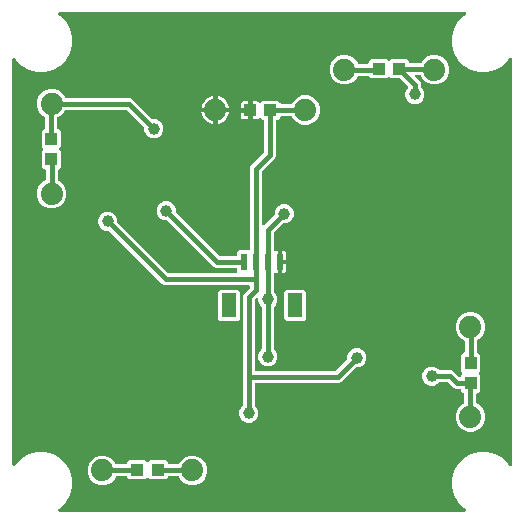
<source format=gbr>
G04 EAGLE Gerber RS-274X export*
G75*
%MOMM*%
%FSLAX34Y34*%
%LPD*%
%INBottom Copper*%
%IPPOS*%
%AMOC8*
5,1,8,0,0,1.08239X$1,22.5*%
G01*
%ADD10R,1.200000X2.000000*%
%ADD11R,0.600000X1.350000*%
%ADD12R,1.100000X1.000000*%
%ADD13R,1.000000X1.100000*%
%ADD14C,1.879600*%
%ADD15C,1.006400*%
%ADD16C,0.406400*%

G36*
X394092Y10925D02*
X394092Y10925D01*
X394112Y10923D01*
X394232Y10945D01*
X394354Y10963D01*
X394372Y10971D01*
X394391Y10974D01*
X394501Y11028D01*
X394614Y11079D01*
X394629Y11091D01*
X394646Y11100D01*
X394737Y11183D01*
X394831Y11262D01*
X394841Y11279D01*
X394856Y11292D01*
X394920Y11397D01*
X394988Y11499D01*
X394994Y11518D01*
X395004Y11534D01*
X395037Y11653D01*
X395074Y11770D01*
X395074Y11790D01*
X395080Y11809D01*
X395078Y11931D01*
X395081Y12054D01*
X395076Y12073D01*
X395076Y12093D01*
X395040Y12211D01*
X395009Y12329D01*
X394999Y12346D01*
X394994Y12365D01*
X394927Y12469D01*
X394864Y12574D01*
X394850Y12587D01*
X394839Y12604D01*
X394782Y12651D01*
X394657Y12768D01*
X394611Y12792D01*
X394580Y12817D01*
X393124Y13658D01*
X388158Y18624D01*
X384647Y24705D01*
X382829Y31489D01*
X382829Y38511D01*
X384647Y45295D01*
X388158Y51376D01*
X393124Y56342D01*
X399205Y59853D01*
X405989Y61671D01*
X413011Y61671D01*
X419795Y59853D01*
X425876Y56342D01*
X430842Y51376D01*
X431683Y49920D01*
X431695Y49904D01*
X431703Y49886D01*
X431782Y49793D01*
X431858Y49696D01*
X431874Y49684D01*
X431887Y49669D01*
X431989Y49601D01*
X432088Y49529D01*
X432107Y49523D01*
X432123Y49512D01*
X432240Y49475D01*
X432356Y49433D01*
X432376Y49432D01*
X432394Y49426D01*
X432517Y49423D01*
X432640Y49415D01*
X432659Y49419D01*
X432678Y49419D01*
X432797Y49450D01*
X432917Y49476D01*
X432935Y49486D01*
X432953Y49491D01*
X433059Y49553D01*
X433167Y49612D01*
X433181Y49626D01*
X433198Y49636D01*
X433282Y49725D01*
X433369Y49812D01*
X433379Y49829D01*
X433392Y49843D01*
X433448Y49953D01*
X433508Y50060D01*
X433513Y50079D01*
X433522Y50096D01*
X433534Y50169D01*
X433573Y50337D01*
X433571Y50388D01*
X433577Y50427D01*
X433577Y394073D01*
X433575Y394092D01*
X433577Y394112D01*
X433555Y394232D01*
X433537Y394354D01*
X433529Y394372D01*
X433526Y394391D01*
X433472Y394501D01*
X433421Y394614D01*
X433409Y394629D01*
X433400Y394646D01*
X433317Y394737D01*
X433238Y394831D01*
X433221Y394841D01*
X433208Y394856D01*
X433103Y394920D01*
X433001Y394988D01*
X432982Y394994D01*
X432966Y395004D01*
X432847Y395037D01*
X432730Y395074D01*
X432710Y395074D01*
X432691Y395080D01*
X432569Y395078D01*
X432446Y395081D01*
X432427Y395076D01*
X432407Y395076D01*
X432289Y395040D01*
X432171Y395009D01*
X432154Y394999D01*
X432135Y394994D01*
X432031Y394927D01*
X431926Y394864D01*
X431913Y394850D01*
X431896Y394839D01*
X431849Y394782D01*
X431732Y394657D01*
X431708Y394611D01*
X431683Y394580D01*
X430842Y393124D01*
X425876Y388158D01*
X419795Y384647D01*
X413011Y382829D01*
X405989Y382829D01*
X399205Y384647D01*
X393124Y388158D01*
X388158Y393124D01*
X384647Y399205D01*
X382829Y405989D01*
X382829Y413011D01*
X384647Y419795D01*
X388158Y425876D01*
X393124Y430842D01*
X394580Y431683D01*
X394596Y431695D01*
X394614Y431703D01*
X394707Y431782D01*
X394804Y431858D01*
X394816Y431874D01*
X394831Y431887D01*
X394899Y431989D01*
X394971Y432088D01*
X394977Y432107D01*
X394988Y432123D01*
X395025Y432240D01*
X395067Y432356D01*
X395068Y432376D01*
X395074Y432394D01*
X395077Y432517D01*
X395085Y432640D01*
X395081Y432659D01*
X395081Y432678D01*
X395050Y432797D01*
X395024Y432917D01*
X395014Y432935D01*
X395009Y432953D01*
X394947Y433059D01*
X394888Y433167D01*
X394874Y433181D01*
X394864Y433198D01*
X394775Y433282D01*
X394688Y433369D01*
X394671Y433379D01*
X394657Y433392D01*
X394547Y433448D01*
X394440Y433508D01*
X394421Y433513D01*
X394404Y433522D01*
X394331Y433534D01*
X394163Y433573D01*
X394112Y433571D01*
X394073Y433577D01*
X50427Y433577D01*
X50408Y433575D01*
X50388Y433577D01*
X50267Y433555D01*
X50146Y433537D01*
X50128Y433529D01*
X50109Y433526D01*
X49998Y433471D01*
X49886Y433421D01*
X49872Y433409D01*
X49854Y433400D01*
X49763Y433317D01*
X49669Y433238D01*
X49659Y433221D01*
X49644Y433208D01*
X49580Y433103D01*
X49512Y433001D01*
X49506Y432982D01*
X49496Y432966D01*
X49463Y432847D01*
X49426Y432730D01*
X49426Y432710D01*
X49420Y432691D01*
X49422Y432569D01*
X49419Y432446D01*
X49424Y432427D01*
X49424Y432407D01*
X49460Y432289D01*
X49491Y432171D01*
X49501Y432154D01*
X49506Y432135D01*
X49573Y432032D01*
X49636Y431926D01*
X49650Y431913D01*
X49661Y431896D01*
X49718Y431850D01*
X49843Y431732D01*
X49889Y431708D01*
X49920Y431683D01*
X51376Y430842D01*
X56342Y425876D01*
X59853Y419795D01*
X61671Y413011D01*
X61671Y405989D01*
X59853Y399205D01*
X56342Y393124D01*
X51376Y388158D01*
X45295Y384647D01*
X38511Y382829D01*
X31489Y382829D01*
X24705Y384647D01*
X18624Y388158D01*
X13658Y393124D01*
X12817Y394580D01*
X12805Y394596D01*
X12797Y394614D01*
X12718Y394707D01*
X12642Y394804D01*
X12626Y394816D01*
X12613Y394831D01*
X12511Y394899D01*
X12412Y394971D01*
X12393Y394977D01*
X12377Y394988D01*
X12260Y395025D01*
X12144Y395067D01*
X12124Y395068D01*
X12106Y395074D01*
X11983Y395077D01*
X11860Y395085D01*
X11841Y395081D01*
X11822Y395081D01*
X11703Y395050D01*
X11583Y395024D01*
X11565Y395014D01*
X11547Y395009D01*
X11441Y394947D01*
X11333Y394888D01*
X11319Y394874D01*
X11302Y394864D01*
X11218Y394775D01*
X11131Y394688D01*
X11121Y394671D01*
X11108Y394657D01*
X11052Y394547D01*
X10992Y394440D01*
X10987Y394421D01*
X10978Y394404D01*
X10966Y394331D01*
X10927Y394163D01*
X10929Y394112D01*
X10923Y394073D01*
X10923Y50427D01*
X10925Y50408D01*
X10923Y50388D01*
X10945Y50268D01*
X10963Y50146D01*
X10971Y50128D01*
X10974Y50109D01*
X11028Y49999D01*
X11079Y49886D01*
X11091Y49871D01*
X11100Y49854D01*
X11183Y49763D01*
X11262Y49669D01*
X11279Y49659D01*
X11292Y49644D01*
X11397Y49580D01*
X11499Y49512D01*
X11518Y49506D01*
X11534Y49496D01*
X11653Y49463D01*
X11770Y49426D01*
X11790Y49426D01*
X11809Y49420D01*
X11931Y49422D01*
X12054Y49419D01*
X12073Y49424D01*
X12093Y49424D01*
X12211Y49460D01*
X12329Y49491D01*
X12346Y49501D01*
X12365Y49506D01*
X12469Y49573D01*
X12574Y49636D01*
X12587Y49650D01*
X12604Y49661D01*
X12651Y49718D01*
X12768Y49843D01*
X12792Y49889D01*
X12817Y49920D01*
X13658Y51376D01*
X18624Y56342D01*
X24705Y59853D01*
X31489Y61671D01*
X38511Y61671D01*
X45295Y59853D01*
X51376Y56342D01*
X56342Y51376D01*
X59853Y45295D01*
X61671Y38511D01*
X61671Y31489D01*
X59853Y24705D01*
X56342Y18624D01*
X51376Y13658D01*
X49920Y12817D01*
X49904Y12805D01*
X49886Y12797D01*
X49793Y12718D01*
X49696Y12642D01*
X49684Y12626D01*
X49669Y12613D01*
X49601Y12511D01*
X49529Y12412D01*
X49523Y12393D01*
X49512Y12377D01*
X49475Y12260D01*
X49433Y12144D01*
X49432Y12124D01*
X49426Y12106D01*
X49423Y11983D01*
X49415Y11860D01*
X49419Y11841D01*
X49419Y11822D01*
X49450Y11703D01*
X49476Y11583D01*
X49486Y11565D01*
X49491Y11547D01*
X49553Y11441D01*
X49612Y11333D01*
X49626Y11319D01*
X49636Y11302D01*
X49725Y11218D01*
X49812Y11131D01*
X49829Y11121D01*
X49843Y11108D01*
X49953Y11052D01*
X50060Y10992D01*
X50079Y10987D01*
X50096Y10978D01*
X50169Y10966D01*
X50337Y10927D01*
X50388Y10929D01*
X50427Y10923D01*
X394073Y10923D01*
X394092Y10925D01*
G37*
%LPC*%
G36*
X209393Y85919D02*
X209393Y85919D01*
X206423Y87150D01*
X204150Y89423D01*
X202919Y92393D01*
X202919Y95607D01*
X204150Y98577D01*
X205622Y100050D01*
X205674Y100120D01*
X205734Y100183D01*
X205760Y100233D01*
X205793Y100277D01*
X205824Y100359D01*
X205864Y100437D01*
X205872Y100484D01*
X205894Y100543D01*
X205906Y100690D01*
X205919Y100768D01*
X205919Y193511D01*
X206693Y195378D01*
X211872Y200557D01*
X211924Y200627D01*
X211984Y200691D01*
X212010Y200740D01*
X212043Y200784D01*
X212074Y200866D01*
X212114Y200944D01*
X212122Y200992D01*
X212144Y201050D01*
X212156Y201198D01*
X212169Y201275D01*
X212169Y201404D01*
X212161Y201462D01*
X212163Y201520D01*
X212141Y201602D01*
X212129Y201686D01*
X212106Y201739D01*
X212091Y201795D01*
X212048Y201868D01*
X212013Y201945D01*
X211975Y201990D01*
X211946Y202040D01*
X211884Y202098D01*
X211830Y202162D01*
X211781Y202194D01*
X211738Y202234D01*
X211663Y202273D01*
X211593Y202320D01*
X211537Y202337D01*
X211485Y202364D01*
X211417Y202375D01*
X211322Y202405D01*
X211222Y202408D01*
X211154Y202419D01*
X139489Y202419D01*
X137622Y203193D01*
X136050Y204765D01*
X92693Y248122D01*
X92623Y248174D01*
X92559Y248234D01*
X92510Y248260D01*
X92466Y248293D01*
X92384Y248324D01*
X92306Y248364D01*
X92258Y248372D01*
X92200Y248394D01*
X92052Y248406D01*
X91975Y248419D01*
X89893Y248419D01*
X86923Y249650D01*
X84650Y251923D01*
X83419Y254893D01*
X83419Y258107D01*
X84650Y261077D01*
X86923Y263350D01*
X89893Y264581D01*
X93107Y264581D01*
X96077Y263350D01*
X98350Y261077D01*
X99581Y258107D01*
X99581Y256025D01*
X99593Y255938D01*
X99596Y255851D01*
X99613Y255798D01*
X99621Y255744D01*
X99656Y255664D01*
X99683Y255580D01*
X99711Y255541D01*
X99737Y255484D01*
X99833Y255371D01*
X99878Y255307D01*
X142307Y212878D01*
X142377Y212826D01*
X142441Y212766D01*
X142490Y212740D01*
X142534Y212707D01*
X142616Y212676D01*
X142694Y212636D01*
X142742Y212628D01*
X142800Y212606D01*
X142948Y212594D01*
X143025Y212581D01*
X200407Y212581D01*
X200436Y212585D01*
X200465Y212582D01*
X200576Y212605D01*
X200688Y212621D01*
X200715Y212633D01*
X200744Y212638D01*
X200844Y212690D01*
X200948Y212737D01*
X200970Y212756D01*
X200996Y212769D01*
X201078Y212847D01*
X201165Y212920D01*
X201181Y212945D01*
X201202Y212965D01*
X201259Y213063D01*
X201322Y213157D01*
X201331Y213185D01*
X201346Y213210D01*
X201374Y213320D01*
X201408Y213428D01*
X201409Y213457D01*
X201416Y213486D01*
X201412Y213599D01*
X201415Y213712D01*
X201408Y213741D01*
X201407Y213770D01*
X201372Y213878D01*
X201343Y213987D01*
X201328Y214013D01*
X201319Y214041D01*
X201274Y214104D01*
X201201Y214227D01*
X201201Y216154D01*
X201193Y216212D01*
X201195Y216270D01*
X201173Y216352D01*
X201161Y216436D01*
X201138Y216489D01*
X201123Y216545D01*
X201080Y216618D01*
X201045Y216695D01*
X201007Y216740D01*
X200978Y216790D01*
X200916Y216848D01*
X200862Y216912D01*
X200813Y216944D01*
X200770Y216984D01*
X200695Y217023D01*
X200625Y217070D01*
X200569Y217087D01*
X200517Y217114D01*
X200449Y217125D01*
X200354Y217155D01*
X200254Y217158D01*
X200186Y217169D01*
X183239Y217169D01*
X181372Y217943D01*
X142193Y257122D01*
X142123Y257174D01*
X142059Y257234D01*
X142010Y257260D01*
X141966Y257293D01*
X141884Y257324D01*
X141806Y257364D01*
X141758Y257372D01*
X141700Y257394D01*
X141552Y257406D01*
X141475Y257419D01*
X139393Y257419D01*
X136423Y258650D01*
X134150Y260923D01*
X132919Y263893D01*
X132919Y267107D01*
X134150Y270077D01*
X136423Y272350D01*
X139393Y273581D01*
X142607Y273581D01*
X145577Y272350D01*
X147850Y270077D01*
X149081Y267107D01*
X149081Y265025D01*
X149093Y264938D01*
X149096Y264851D01*
X149113Y264798D01*
X149121Y264744D01*
X149156Y264664D01*
X149183Y264581D01*
X149211Y264541D01*
X149237Y264484D01*
X149333Y264371D01*
X149378Y264307D01*
X186057Y227628D01*
X186127Y227576D01*
X186191Y227516D01*
X186240Y227490D01*
X186284Y227457D01*
X186366Y227426D01*
X186444Y227386D01*
X186492Y227378D01*
X186550Y227356D01*
X186698Y227344D01*
X186775Y227331D01*
X200186Y227331D01*
X200244Y227339D01*
X200302Y227337D01*
X200384Y227359D01*
X200468Y227371D01*
X200521Y227394D01*
X200577Y227409D01*
X200650Y227452D01*
X200727Y227487D01*
X200772Y227525D01*
X200822Y227554D01*
X200880Y227616D01*
X200944Y227670D01*
X200976Y227719D01*
X201016Y227762D01*
X201055Y227837D01*
X201102Y227907D01*
X201119Y227963D01*
X201146Y228015D01*
X201157Y228083D01*
X201187Y228178D01*
X201190Y228278D01*
X201201Y228346D01*
X201201Y230263D01*
X202987Y232049D01*
X211154Y232049D01*
X211212Y232057D01*
X211270Y232055D01*
X211352Y232077D01*
X211436Y232089D01*
X211489Y232112D01*
X211545Y232127D01*
X211618Y232170D01*
X211695Y232205D01*
X211740Y232243D01*
X211790Y232272D01*
X211848Y232334D01*
X211912Y232388D01*
X211944Y232437D01*
X211984Y232480D01*
X212023Y232555D01*
X212070Y232625D01*
X212087Y232681D01*
X212114Y232733D01*
X212125Y232801D01*
X212155Y232896D01*
X212158Y232996D01*
X212169Y233064D01*
X212169Y302261D01*
X212943Y304128D01*
X223772Y314957D01*
X223824Y315027D01*
X223884Y315091D01*
X223910Y315140D01*
X223943Y315184D01*
X223974Y315266D01*
X224014Y315344D01*
X224022Y315392D01*
X224044Y315450D01*
X224056Y315598D01*
X224069Y315675D01*
X224069Y341586D01*
X224061Y341644D01*
X224063Y341702D01*
X224041Y341784D01*
X224029Y341868D01*
X224006Y341921D01*
X223991Y341977D01*
X223948Y342050D01*
X223913Y342127D01*
X223875Y342172D01*
X223846Y342222D01*
X223784Y342280D01*
X223730Y342344D01*
X223681Y342376D01*
X223638Y342416D01*
X223563Y342455D01*
X223493Y342502D01*
X223437Y342519D01*
X223385Y342546D01*
X223317Y342557D01*
X223222Y342587D01*
X223122Y342590D01*
X223054Y342601D01*
X222387Y342601D01*
X221009Y343980D01*
X220962Y344015D01*
X220922Y344057D01*
X220849Y344100D01*
X220782Y344151D01*
X220727Y344172D01*
X220676Y344201D01*
X220595Y344222D01*
X220516Y344252D01*
X220457Y344257D01*
X220401Y344271D01*
X220317Y344268D01*
X220233Y344275D01*
X220175Y344264D01*
X220117Y344262D01*
X220037Y344236D01*
X219954Y344220D01*
X219902Y344193D01*
X219846Y344175D01*
X219790Y344135D01*
X219701Y344089D01*
X219629Y344020D01*
X219573Y343980D01*
X219210Y343617D01*
X218631Y343282D01*
X217984Y343109D01*
X214181Y343109D01*
X214181Y349634D01*
X214173Y349692D01*
X214174Y349750D01*
X214153Y349832D01*
X214141Y349915D01*
X214117Y349969D01*
X214103Y350025D01*
X214060Y350098D01*
X214025Y350175D01*
X213987Y350219D01*
X213957Y350270D01*
X213896Y350327D01*
X213841Y350392D01*
X213793Y350424D01*
X213750Y350464D01*
X213675Y350503D01*
X213605Y350549D01*
X213549Y350567D01*
X213497Y350594D01*
X213429Y350605D01*
X213334Y350635D01*
X213234Y350638D01*
X213166Y350649D01*
X212149Y350649D01*
X212149Y350651D01*
X213166Y350651D01*
X213224Y350659D01*
X213282Y350658D01*
X213364Y350679D01*
X213447Y350691D01*
X213501Y350715D01*
X213557Y350729D01*
X213630Y350772D01*
X213707Y350807D01*
X213751Y350845D01*
X213802Y350875D01*
X213859Y350936D01*
X213924Y350991D01*
X213956Y351039D01*
X213996Y351082D01*
X214035Y351157D01*
X214081Y351227D01*
X214099Y351283D01*
X214126Y351335D01*
X214137Y351403D01*
X214167Y351498D01*
X214170Y351598D01*
X214181Y351666D01*
X214181Y358191D01*
X217984Y358191D01*
X218631Y358018D01*
X219210Y357683D01*
X219573Y357320D01*
X219620Y357285D01*
X219660Y357243D01*
X219733Y357200D01*
X219800Y357149D01*
X219855Y357128D01*
X219905Y357099D01*
X219987Y357078D01*
X220066Y357048D01*
X220124Y357043D01*
X220181Y357029D01*
X220265Y357032D01*
X220349Y357025D01*
X220406Y357036D01*
X220465Y357038D01*
X220545Y357064D01*
X220628Y357080D01*
X220680Y357107D01*
X220735Y357125D01*
X220792Y357166D01*
X220880Y357211D01*
X220952Y357280D01*
X221009Y357320D01*
X222387Y358699D01*
X235913Y358699D01*
X237704Y356907D01*
X237707Y356888D01*
X237705Y356830D01*
X237727Y356748D01*
X237739Y356664D01*
X237762Y356611D01*
X237777Y356555D01*
X237820Y356482D01*
X237855Y356405D01*
X237893Y356360D01*
X237922Y356310D01*
X237984Y356252D01*
X238038Y356188D01*
X238087Y356156D01*
X238130Y356116D01*
X238205Y356077D01*
X238275Y356030D01*
X238331Y356013D01*
X238383Y355986D01*
X238451Y355975D01*
X238546Y355945D01*
X238646Y355942D01*
X238714Y355931D01*
X246804Y355931D01*
X246805Y355931D01*
X246807Y355931D01*
X246946Y355951D01*
X247085Y355971D01*
X247087Y355971D01*
X247088Y355971D01*
X247214Y356028D01*
X247345Y356087D01*
X247346Y356088D01*
X247347Y356089D01*
X247453Y356179D01*
X247562Y356270D01*
X247563Y356272D01*
X247564Y356273D01*
X247572Y356286D01*
X247719Y356507D01*
X247729Y356536D01*
X247742Y356557D01*
X248298Y357901D01*
X251799Y361402D01*
X256374Y363297D01*
X261326Y363297D01*
X265901Y361402D01*
X269402Y357901D01*
X271297Y353326D01*
X271297Y348374D01*
X269402Y343799D01*
X265901Y340298D01*
X261326Y338403D01*
X256374Y338403D01*
X251799Y340298D01*
X248298Y343799D01*
X247742Y345143D01*
X247741Y345144D01*
X247741Y345145D01*
X247670Y345264D01*
X247597Y345387D01*
X247596Y345388D01*
X247595Y345390D01*
X247491Y345487D01*
X247391Y345583D01*
X247389Y345583D01*
X247388Y345584D01*
X247262Y345649D01*
X247138Y345713D01*
X247136Y345713D01*
X247135Y345714D01*
X247120Y345716D01*
X246859Y345768D01*
X246829Y345765D01*
X246804Y345769D01*
X238714Y345769D01*
X238656Y345761D01*
X238598Y345763D01*
X238516Y345741D01*
X238432Y345729D01*
X238379Y345706D01*
X238323Y345691D01*
X238250Y345648D01*
X238173Y345613D01*
X238128Y345575D01*
X238078Y345546D01*
X238020Y345484D01*
X237956Y345430D01*
X237924Y345381D01*
X237884Y345338D01*
X237845Y345263D01*
X237798Y345193D01*
X237781Y345137D01*
X237754Y345085D01*
X237743Y345017D01*
X237713Y344922D01*
X237710Y344822D01*
X237699Y344754D01*
X237699Y344387D01*
X235913Y342601D01*
X235246Y342601D01*
X235188Y342593D01*
X235130Y342595D01*
X235048Y342573D01*
X234964Y342561D01*
X234911Y342538D01*
X234855Y342523D01*
X234782Y342480D01*
X234705Y342445D01*
X234660Y342407D01*
X234610Y342378D01*
X234552Y342316D01*
X234488Y342262D01*
X234456Y342213D01*
X234416Y342170D01*
X234377Y342095D01*
X234330Y342025D01*
X234313Y341969D01*
X234286Y341917D01*
X234275Y341849D01*
X234245Y341754D01*
X234242Y341654D01*
X234231Y341586D01*
X234231Y312139D01*
X233457Y310272D01*
X222628Y299443D01*
X222576Y299373D01*
X222516Y299309D01*
X222490Y299260D01*
X222457Y299216D01*
X222426Y299134D01*
X222386Y299056D01*
X222378Y299008D01*
X222356Y298950D01*
X222344Y298802D01*
X222331Y298725D01*
X222331Y253967D01*
X222335Y253938D01*
X222332Y253909D01*
X222355Y253798D01*
X222371Y253685D01*
X222383Y253659D01*
X222388Y253630D01*
X222440Y253529D01*
X222487Y253426D01*
X222506Y253404D01*
X222519Y253378D01*
X222597Y253296D01*
X222670Y253209D01*
X222695Y253193D01*
X222715Y253172D01*
X222813Y253114D01*
X222907Y253051D01*
X222935Y253043D01*
X222960Y253028D01*
X223070Y253000D01*
X223178Y252966D01*
X223208Y252965D01*
X223236Y252958D01*
X223349Y252961D01*
X223462Y252958D01*
X223491Y252966D01*
X223520Y252967D01*
X223628Y253002D01*
X223737Y253030D01*
X223763Y253045D01*
X223791Y253054D01*
X223854Y253100D01*
X223982Y253175D01*
X224025Y253221D01*
X224064Y253249D01*
X232622Y261807D01*
X232674Y261877D01*
X232734Y261941D01*
X232760Y261990D01*
X232793Y262034D01*
X232824Y262116D01*
X232864Y262194D01*
X232872Y262242D01*
X232894Y262300D01*
X232906Y262448D01*
X232919Y262525D01*
X232919Y264607D01*
X234150Y267577D01*
X236423Y269850D01*
X239393Y271081D01*
X242607Y271081D01*
X245577Y269850D01*
X247850Y267577D01*
X249081Y264607D01*
X249081Y261393D01*
X247850Y258423D01*
X245577Y256150D01*
X242607Y254919D01*
X240525Y254919D01*
X240438Y254907D01*
X240351Y254904D01*
X240298Y254887D01*
X240244Y254879D01*
X240164Y254844D01*
X240081Y254817D01*
X240041Y254789D01*
X239984Y254763D01*
X239871Y254667D01*
X239807Y254622D01*
X232628Y247443D01*
X232576Y247373D01*
X232516Y247309D01*
X232490Y247260D01*
X232457Y247216D01*
X232426Y247134D01*
X232386Y247056D01*
X232378Y247008D01*
X232356Y246950D01*
X232344Y246802D01*
X232331Y246725D01*
X232331Y232439D01*
X232338Y232391D01*
X232335Y232342D01*
X232357Y232251D01*
X232371Y232158D01*
X232390Y232113D01*
X232402Y232066D01*
X232448Y231984D01*
X232487Y231898D01*
X232518Y231861D01*
X232542Y231819D01*
X232610Y231753D01*
X232670Y231681D01*
X232711Y231654D01*
X232746Y231620D01*
X232829Y231576D01*
X232907Y231524D01*
X232954Y231509D01*
X232997Y231486D01*
X233089Y231466D01*
X233178Y231438D01*
X233227Y231437D01*
X233275Y231426D01*
X233349Y231434D01*
X233462Y231431D01*
X233546Y231453D01*
X233609Y231459D01*
X233915Y231541D01*
X235751Y231541D01*
X235751Y222734D01*
X235759Y222676D01*
X235757Y222618D01*
X235779Y222536D01*
X235791Y222453D01*
X235814Y222399D01*
X235829Y222343D01*
X235872Y222270D01*
X235881Y222251D01*
X235850Y222205D01*
X235833Y222149D01*
X235806Y222097D01*
X235795Y222029D01*
X235765Y221934D01*
X235762Y221834D01*
X235751Y221766D01*
X235751Y212959D01*
X233915Y212959D01*
X233609Y213041D01*
X233560Y213047D01*
X233514Y213062D01*
X233420Y213065D01*
X233327Y213076D01*
X233278Y213068D01*
X233230Y213069D01*
X233139Y213046D01*
X233046Y213031D01*
X233002Y213010D01*
X232955Y212998D01*
X232874Y212950D01*
X232789Y212910D01*
X232752Y212877D01*
X232710Y212852D01*
X232646Y212784D01*
X232575Y212722D01*
X232549Y212681D01*
X232516Y212645D01*
X232473Y212561D01*
X232422Y212482D01*
X232408Y212435D01*
X232386Y212392D01*
X232374Y212319D01*
X232342Y212210D01*
X232341Y212123D01*
X232331Y212061D01*
X232331Y197018D01*
X232343Y196931D01*
X232346Y196844D01*
X232363Y196791D01*
X232371Y196736D01*
X232406Y196656D01*
X232433Y196573D01*
X232461Y196534D01*
X232487Y196477D01*
X232583Y196363D01*
X232628Y196300D01*
X233850Y195077D01*
X235081Y192107D01*
X235081Y188893D01*
X233850Y185923D01*
X232378Y184450D01*
X232326Y184380D01*
X232266Y184317D01*
X232240Y184267D01*
X232207Y184223D01*
X232176Y184141D01*
X232136Y184063D01*
X232128Y184016D01*
X232106Y183957D01*
X232094Y183810D01*
X232081Y183732D01*
X232081Y148768D01*
X232093Y148681D01*
X232096Y148594D01*
X232113Y148541D01*
X232121Y148486D01*
X232156Y148406D01*
X232183Y148323D01*
X232211Y148284D01*
X232237Y148227D01*
X232333Y148113D01*
X232378Y148050D01*
X233850Y146577D01*
X235081Y143607D01*
X235081Y140393D01*
X233850Y137423D01*
X231577Y135150D01*
X228607Y133919D01*
X225393Y133919D01*
X222423Y135150D01*
X220150Y137423D01*
X218919Y140393D01*
X218919Y143607D01*
X220150Y146577D01*
X221622Y148050D01*
X221674Y148120D01*
X221734Y148183D01*
X221760Y148233D01*
X221793Y148277D01*
X221824Y148359D01*
X221864Y148437D01*
X221872Y148484D01*
X221894Y148543D01*
X221906Y148690D01*
X221919Y148768D01*
X221919Y183732D01*
X221907Y183819D01*
X221904Y183906D01*
X221887Y183959D01*
X221879Y184014D01*
X221844Y184094D01*
X221817Y184177D01*
X221789Y184216D01*
X221763Y184273D01*
X221667Y184387D01*
X221622Y184450D01*
X220150Y185923D01*
X218919Y188893D01*
X218919Y190783D01*
X218915Y190812D01*
X218918Y190841D01*
X218895Y190952D01*
X218879Y191065D01*
X218867Y191091D01*
X218862Y191120D01*
X218809Y191221D01*
X218763Y191324D01*
X218744Y191346D01*
X218731Y191372D01*
X218653Y191455D01*
X218580Y191541D01*
X218555Y191557D01*
X218535Y191578D01*
X218437Y191636D01*
X218343Y191699D01*
X218315Y191707D01*
X218290Y191722D01*
X218180Y191750D01*
X218072Y191784D01*
X218042Y191785D01*
X218014Y191792D01*
X217901Y191789D01*
X217788Y191792D01*
X217759Y191784D01*
X217730Y191783D01*
X217622Y191748D01*
X217513Y191720D01*
X217487Y191705D01*
X217459Y191696D01*
X217395Y191650D01*
X217268Y191575D01*
X217225Y191529D01*
X217186Y191501D01*
X216378Y190693D01*
X216325Y190623D01*
X216266Y190559D01*
X216240Y190510D01*
X216207Y190466D01*
X216176Y190384D01*
X216136Y190306D01*
X216128Y190258D01*
X216106Y190200D01*
X216094Y190052D01*
X216081Y189975D01*
X216081Y131096D01*
X216089Y131038D01*
X216087Y130980D01*
X216109Y130898D01*
X216121Y130814D01*
X216144Y130761D01*
X216159Y130705D01*
X216202Y130632D01*
X216237Y130555D01*
X216275Y130510D01*
X216304Y130460D01*
X216366Y130402D01*
X216420Y130338D01*
X216469Y130306D01*
X216512Y130266D01*
X216587Y130227D01*
X216657Y130180D01*
X216713Y130163D01*
X216765Y130136D01*
X216833Y130125D01*
X216928Y130095D01*
X217028Y130092D01*
X217096Y130081D01*
X283975Y130081D01*
X284062Y130093D01*
X284149Y130096D01*
X284202Y130113D01*
X284256Y130121D01*
X284336Y130156D01*
X284419Y130183D01*
X284459Y130211D01*
X284516Y130237D01*
X284629Y130333D01*
X284693Y130378D01*
X294122Y139807D01*
X294174Y139877D01*
X294234Y139941D01*
X294260Y139990D01*
X294293Y140034D01*
X294324Y140116D01*
X294364Y140194D01*
X294372Y140242D01*
X294394Y140300D01*
X294406Y140448D01*
X294419Y140525D01*
X294419Y142607D01*
X295650Y145577D01*
X297923Y147850D01*
X300893Y149081D01*
X304107Y149081D01*
X307077Y147850D01*
X309350Y145577D01*
X310581Y142607D01*
X310581Y139393D01*
X309350Y136423D01*
X307077Y134150D01*
X304107Y132919D01*
X302025Y132919D01*
X301938Y132907D01*
X301851Y132904D01*
X301798Y132887D01*
X301744Y132879D01*
X301664Y132844D01*
X301581Y132817D01*
X301541Y132789D01*
X301484Y132763D01*
X301371Y132667D01*
X301307Y132622D01*
X289378Y120693D01*
X287511Y119919D01*
X217096Y119919D01*
X217038Y119911D01*
X216980Y119913D01*
X216898Y119891D01*
X216814Y119879D01*
X216761Y119856D01*
X216705Y119841D01*
X216632Y119798D01*
X216555Y119763D01*
X216510Y119725D01*
X216460Y119696D01*
X216402Y119634D01*
X216338Y119580D01*
X216306Y119531D01*
X216266Y119488D01*
X216227Y119413D01*
X216180Y119343D01*
X216163Y119287D01*
X216136Y119235D01*
X216125Y119167D01*
X216095Y119072D01*
X216092Y118972D01*
X216081Y118904D01*
X216081Y100768D01*
X216093Y100681D01*
X216096Y100594D01*
X216113Y100541D01*
X216121Y100486D01*
X216156Y100406D01*
X216183Y100323D01*
X216211Y100284D01*
X216237Y100227D01*
X216333Y100113D01*
X216378Y100050D01*
X217850Y98577D01*
X219081Y95607D01*
X219081Y92393D01*
X217850Y89423D01*
X215577Y87150D01*
X212607Y85919D01*
X209393Y85919D01*
G37*
%LPD*%
%LPC*%
G36*
X41674Y267603D02*
X41674Y267603D01*
X37099Y269498D01*
X33598Y272999D01*
X31703Y277574D01*
X31703Y282526D01*
X33598Y287101D01*
X37099Y290602D01*
X38443Y291158D01*
X38444Y291159D01*
X38445Y291159D01*
X38564Y291230D01*
X38687Y291303D01*
X38688Y291304D01*
X38690Y291305D01*
X38787Y291409D01*
X38883Y291509D01*
X38883Y291511D01*
X38884Y291512D01*
X38949Y291638D01*
X39013Y291762D01*
X39013Y291764D01*
X39014Y291765D01*
X39016Y291780D01*
X39068Y292041D01*
X39065Y292071D01*
X39069Y292096D01*
X39069Y299686D01*
X39061Y299744D01*
X39063Y299802D01*
X39041Y299884D01*
X39029Y299968D01*
X39006Y300021D01*
X38991Y300077D01*
X38948Y300150D01*
X38913Y300227D01*
X38875Y300272D01*
X38846Y300322D01*
X38784Y300380D01*
X38730Y300444D01*
X38681Y300476D01*
X38638Y300516D01*
X38563Y300555D01*
X38493Y300602D01*
X38437Y300619D01*
X38385Y300646D01*
X38317Y300657D01*
X38222Y300687D01*
X38122Y300690D01*
X38054Y300701D01*
X37287Y300701D01*
X35501Y302487D01*
X35501Y316013D01*
X36521Y317032D01*
X36556Y317079D01*
X36598Y317119D01*
X36641Y317192D01*
X36691Y317259D01*
X36712Y317314D01*
X36742Y317364D01*
X36763Y317446D01*
X36793Y317525D01*
X36798Y317583D01*
X36812Y317640D01*
X36809Y317724D01*
X36816Y317808D01*
X36805Y317866D01*
X36803Y317924D01*
X36777Y318004D01*
X36760Y318087D01*
X36733Y318139D01*
X36715Y318195D01*
X36675Y318251D01*
X36629Y318339D01*
X36561Y318412D01*
X36521Y318468D01*
X35501Y319487D01*
X35501Y333013D01*
X37287Y334799D01*
X37454Y334799D01*
X37512Y334807D01*
X37570Y334805D01*
X37652Y334827D01*
X37736Y334839D01*
X37789Y334862D01*
X37845Y334877D01*
X37918Y334920D01*
X37995Y334955D01*
X38040Y334993D01*
X38090Y335022D01*
X38148Y335084D01*
X38212Y335138D01*
X38244Y335187D01*
X38284Y335230D01*
X38323Y335305D01*
X38370Y335375D01*
X38387Y335431D01*
X38414Y335483D01*
X38425Y335551D01*
X38455Y335646D01*
X38458Y335746D01*
X38469Y335814D01*
X38469Y344452D01*
X38469Y344454D01*
X38469Y344456D01*
X38450Y344588D01*
X38429Y344734D01*
X38429Y344735D01*
X38429Y344737D01*
X38372Y344862D01*
X38313Y344993D01*
X38312Y344995D01*
X38311Y344996D01*
X38220Y345103D01*
X38130Y345210D01*
X38128Y345211D01*
X38127Y345212D01*
X38114Y345221D01*
X37893Y345368D01*
X37864Y345377D01*
X37843Y345390D01*
X37099Y345698D01*
X33598Y349199D01*
X31703Y353774D01*
X31703Y358726D01*
X33598Y363301D01*
X37099Y366802D01*
X41674Y368697D01*
X46626Y368697D01*
X51201Y366802D01*
X54702Y363301D01*
X55258Y361957D01*
X55259Y361956D01*
X55259Y361955D01*
X55330Y361836D01*
X55403Y361713D01*
X55404Y361712D01*
X55405Y361710D01*
X55509Y361613D01*
X55609Y361517D01*
X55611Y361517D01*
X55612Y361516D01*
X55738Y361451D01*
X55862Y361387D01*
X55864Y361387D01*
X55865Y361386D01*
X55880Y361384D01*
X56141Y361332D01*
X56171Y361335D01*
X56196Y361331D01*
X110261Y361331D01*
X112128Y360557D01*
X129307Y343378D01*
X129377Y343326D01*
X129441Y343266D01*
X129490Y343240D01*
X129534Y343207D01*
X129616Y343176D01*
X129694Y343136D01*
X129742Y343128D01*
X129800Y343106D01*
X129948Y343094D01*
X130025Y343081D01*
X132107Y343081D01*
X135077Y341850D01*
X137350Y339577D01*
X138581Y336607D01*
X138581Y333393D01*
X137350Y330423D01*
X135077Y328150D01*
X132107Y326919D01*
X128893Y326919D01*
X125923Y328150D01*
X123650Y330423D01*
X122419Y333393D01*
X122419Y335475D01*
X122407Y335562D01*
X122404Y335649D01*
X122387Y335702D01*
X122379Y335756D01*
X122344Y335836D01*
X122317Y335920D01*
X122289Y335959D01*
X122263Y336016D01*
X122167Y336129D01*
X122122Y336193D01*
X107443Y350872D01*
X107373Y350924D01*
X107309Y350984D01*
X107260Y351010D01*
X107216Y351043D01*
X107134Y351074D01*
X107056Y351114D01*
X107008Y351122D01*
X106950Y351144D01*
X106802Y351156D01*
X106725Y351169D01*
X56196Y351169D01*
X56195Y351169D01*
X56193Y351169D01*
X56054Y351149D01*
X55915Y351129D01*
X55913Y351129D01*
X55912Y351129D01*
X55786Y351072D01*
X55655Y351013D01*
X55654Y351012D01*
X55653Y351011D01*
X55545Y350920D01*
X55438Y350830D01*
X55437Y350828D01*
X55436Y350827D01*
X55428Y350814D01*
X55281Y350593D01*
X55271Y350564D01*
X55258Y350543D01*
X54702Y349199D01*
X51201Y345698D01*
X49257Y344893D01*
X49256Y344892D01*
X49255Y344892D01*
X49136Y344822D01*
X49013Y344749D01*
X49012Y344748D01*
X49010Y344747D01*
X48911Y344641D01*
X48817Y344542D01*
X48817Y344541D01*
X48816Y344540D01*
X48751Y344414D01*
X48687Y344289D01*
X48687Y344288D01*
X48686Y344286D01*
X48684Y344271D01*
X48655Y344124D01*
X48645Y344093D01*
X48644Y344071D01*
X48632Y344010D01*
X48635Y343980D01*
X48631Y343955D01*
X48631Y335814D01*
X48639Y335756D01*
X48637Y335698D01*
X48659Y335616D01*
X48671Y335532D01*
X48694Y335479D01*
X48709Y335423D01*
X48752Y335350D01*
X48787Y335273D01*
X48825Y335228D01*
X48854Y335178D01*
X48916Y335120D01*
X48970Y335056D01*
X49019Y335024D01*
X49062Y334984D01*
X49137Y334945D01*
X49207Y334898D01*
X49263Y334881D01*
X49315Y334854D01*
X49383Y334843D01*
X49478Y334813D01*
X49578Y334810D01*
X49646Y334799D01*
X49813Y334799D01*
X51599Y333013D01*
X51599Y319487D01*
X50579Y318468D01*
X50544Y318421D01*
X50502Y318381D01*
X50459Y318308D01*
X50409Y318241D01*
X50388Y318186D01*
X50358Y318136D01*
X50337Y318054D01*
X50307Y317975D01*
X50302Y317917D01*
X50288Y317860D01*
X50291Y317776D01*
X50284Y317692D01*
X50295Y317634D01*
X50297Y317576D01*
X50323Y317496D01*
X50340Y317413D01*
X50367Y317361D01*
X50385Y317305D01*
X50425Y317249D01*
X50471Y317161D01*
X50539Y317088D01*
X50579Y317032D01*
X51599Y316013D01*
X51599Y302487D01*
X49528Y300417D01*
X49476Y300347D01*
X49416Y300283D01*
X49390Y300233D01*
X49357Y300189D01*
X49326Y300108D01*
X49286Y300030D01*
X49278Y299982D01*
X49256Y299924D01*
X49244Y299776D01*
X49231Y299699D01*
X49231Y292096D01*
X49231Y292095D01*
X49231Y292093D01*
X49238Y292044D01*
X49237Y292031D01*
X49243Y292011D01*
X49251Y291954D01*
X49271Y291815D01*
X49271Y291813D01*
X49271Y291812D01*
X49328Y291686D01*
X49387Y291555D01*
X49388Y291554D01*
X49389Y291553D01*
X49480Y291445D01*
X49570Y291338D01*
X49572Y291337D01*
X49573Y291336D01*
X49586Y291328D01*
X49807Y291181D01*
X49836Y291171D01*
X49857Y291158D01*
X51201Y290602D01*
X54702Y287101D01*
X56597Y282526D01*
X56597Y277574D01*
X54702Y272999D01*
X51201Y269498D01*
X46626Y267603D01*
X41674Y267603D01*
G37*
%LPD*%
%LPC*%
G36*
X396174Y78603D02*
X396174Y78603D01*
X391599Y80498D01*
X388098Y83999D01*
X386203Y88574D01*
X386203Y93526D01*
X388098Y98101D01*
X391599Y101602D01*
X392943Y102158D01*
X392944Y102159D01*
X392945Y102159D01*
X393064Y102230D01*
X393187Y102303D01*
X393188Y102304D01*
X393190Y102305D01*
X393287Y102409D01*
X393383Y102509D01*
X393383Y102511D01*
X393384Y102512D01*
X393447Y102635D01*
X393513Y102762D01*
X393513Y102764D01*
X393514Y102765D01*
X393516Y102780D01*
X393568Y103041D01*
X393565Y103071D01*
X393569Y103096D01*
X393569Y110186D01*
X393561Y110244D01*
X393563Y110302D01*
X393541Y110384D01*
X393529Y110468D01*
X393506Y110521D01*
X393491Y110577D01*
X393448Y110650D01*
X393413Y110727D01*
X393375Y110772D01*
X393346Y110822D01*
X393284Y110880D01*
X393230Y110944D01*
X393181Y110976D01*
X393138Y111016D01*
X393063Y111055D01*
X392993Y111102D01*
X392937Y111119D01*
X392885Y111146D01*
X392817Y111157D01*
X392722Y111187D01*
X392622Y111190D01*
X392554Y111201D01*
X392487Y111201D01*
X390701Y112987D01*
X390701Y113654D01*
X390693Y113712D01*
X390695Y113770D01*
X390673Y113852D01*
X390661Y113936D01*
X390638Y113989D01*
X390623Y114045D01*
X390580Y114118D01*
X390545Y114195D01*
X390507Y114240D01*
X390478Y114290D01*
X390416Y114348D01*
X390362Y114412D01*
X390313Y114444D01*
X390270Y114484D01*
X390195Y114523D01*
X390125Y114570D01*
X390069Y114587D01*
X390017Y114614D01*
X389949Y114625D01*
X389854Y114655D01*
X389754Y114658D01*
X389686Y114669D01*
X386239Y114669D01*
X384372Y115443D01*
X379193Y120622D01*
X379123Y120674D01*
X379059Y120734D01*
X379010Y120760D01*
X378966Y120793D01*
X378884Y120824D01*
X378806Y120864D01*
X378758Y120872D01*
X378700Y120894D01*
X378552Y120906D01*
X378475Y120919D01*
X373268Y120919D01*
X373181Y120907D01*
X373094Y120904D01*
X373041Y120887D01*
X372986Y120879D01*
X372906Y120844D01*
X372823Y120817D01*
X372784Y120789D01*
X372727Y120763D01*
X372613Y120667D01*
X372550Y120622D01*
X370577Y118650D01*
X367607Y117419D01*
X364393Y117419D01*
X361423Y118650D01*
X359150Y120923D01*
X357919Y123893D01*
X357919Y127107D01*
X359150Y130077D01*
X361423Y132350D01*
X364393Y133581D01*
X367607Y133581D01*
X370577Y132350D01*
X371550Y131378D01*
X371620Y131326D01*
X371683Y131266D01*
X371733Y131240D01*
X371777Y131207D01*
X371859Y131176D01*
X371937Y131136D01*
X371984Y131128D01*
X372043Y131106D01*
X372190Y131094D01*
X372268Y131081D01*
X382011Y131081D01*
X383878Y130307D01*
X388968Y125217D01*
X388992Y125199D01*
X389011Y125177D01*
X389105Y125114D01*
X389195Y125046D01*
X389223Y125036D01*
X389247Y125019D01*
X389355Y124985D01*
X389461Y124945D01*
X389490Y124943D01*
X389518Y124934D01*
X389632Y124931D01*
X389744Y124921D01*
X389773Y124927D01*
X389802Y124926D01*
X389912Y124955D01*
X390023Y124977D01*
X390049Y124991D01*
X390077Y124998D01*
X390175Y125056D01*
X390275Y125108D01*
X390297Y125128D01*
X390322Y125143D01*
X390399Y125226D01*
X390481Y125304D01*
X390496Y125329D01*
X390516Y125351D01*
X390568Y125452D01*
X390625Y125549D01*
X390632Y125578D01*
X390646Y125604D01*
X390659Y125681D01*
X390695Y125825D01*
X390693Y125887D01*
X390701Y125935D01*
X390701Y126513D01*
X391721Y127532D01*
X391756Y127579D01*
X391798Y127619D01*
X391841Y127692D01*
X391891Y127759D01*
X391912Y127814D01*
X391942Y127864D01*
X391963Y127946D01*
X391993Y128025D01*
X391998Y128083D01*
X392012Y128140D01*
X392009Y128224D01*
X392016Y128308D01*
X392005Y128366D01*
X392003Y128424D01*
X391977Y128504D01*
X391960Y128587D01*
X391933Y128639D01*
X391915Y128695D01*
X391875Y128751D01*
X391829Y128839D01*
X391761Y128912D01*
X391721Y128968D01*
X390701Y129987D01*
X390701Y143513D01*
X392487Y145299D01*
X392654Y145299D01*
X392712Y145307D01*
X392770Y145305D01*
X392852Y145327D01*
X392936Y145339D01*
X392989Y145362D01*
X393045Y145377D01*
X393118Y145420D01*
X393195Y145455D01*
X393240Y145493D01*
X393290Y145522D01*
X393348Y145584D01*
X393412Y145638D01*
X393444Y145687D01*
X393484Y145730D01*
X393523Y145805D01*
X393570Y145875D01*
X393587Y145931D01*
X393614Y145983D01*
X393625Y146051D01*
X393655Y146146D01*
X393658Y146246D01*
X393669Y146314D01*
X393669Y155162D01*
X393669Y155164D01*
X393669Y155166D01*
X393649Y155306D01*
X393629Y155444D01*
X393629Y155445D01*
X393629Y155447D01*
X393572Y155573D01*
X393513Y155703D01*
X393512Y155705D01*
X393511Y155706D01*
X393420Y155813D01*
X393330Y155920D01*
X393328Y155921D01*
X393327Y155922D01*
X393314Y155931D01*
X393093Y156078D01*
X393064Y156087D01*
X393043Y156100D01*
X391599Y156698D01*
X388098Y160199D01*
X386203Y164774D01*
X386203Y169726D01*
X388098Y174301D01*
X391599Y177802D01*
X396174Y179697D01*
X401126Y179697D01*
X405701Y177802D01*
X409202Y174301D01*
X411097Y169726D01*
X411097Y164774D01*
X409202Y160199D01*
X405701Y156698D01*
X404457Y156183D01*
X404456Y156182D01*
X404455Y156182D01*
X404334Y156111D01*
X404213Y156039D01*
X404212Y156038D01*
X404210Y156037D01*
X404113Y155933D01*
X404017Y155832D01*
X404017Y155831D01*
X404016Y155830D01*
X403951Y155703D01*
X403887Y155579D01*
X403887Y155578D01*
X403886Y155576D01*
X403884Y155562D01*
X403832Y155300D01*
X403835Y155270D01*
X403831Y155245D01*
X403831Y146314D01*
X403839Y146256D01*
X403837Y146198D01*
X403859Y146116D01*
X403871Y146032D01*
X403894Y145979D01*
X403909Y145923D01*
X403952Y145850D01*
X403987Y145773D01*
X404025Y145728D01*
X404054Y145678D01*
X404116Y145620D01*
X404170Y145556D01*
X404219Y145524D01*
X404262Y145484D01*
X404337Y145445D01*
X404407Y145398D01*
X404463Y145381D01*
X404515Y145354D01*
X404583Y145343D01*
X404678Y145313D01*
X404778Y145310D01*
X404846Y145299D01*
X405013Y145299D01*
X406799Y143513D01*
X406799Y129987D01*
X405779Y128968D01*
X405744Y128921D01*
X405702Y128881D01*
X405659Y128808D01*
X405609Y128741D01*
X405588Y128686D01*
X405558Y128636D01*
X405537Y128554D01*
X405507Y128475D01*
X405502Y128417D01*
X405488Y128360D01*
X405491Y128276D01*
X405484Y128192D01*
X405495Y128134D01*
X405497Y128076D01*
X405523Y127996D01*
X405540Y127913D01*
X405567Y127861D01*
X405585Y127805D01*
X405625Y127749D01*
X405671Y127661D01*
X405739Y127588D01*
X405779Y127532D01*
X406799Y126513D01*
X406799Y112987D01*
X405013Y111201D01*
X404746Y111201D01*
X404688Y111193D01*
X404630Y111195D01*
X404548Y111173D01*
X404464Y111161D01*
X404411Y111138D01*
X404355Y111123D01*
X404282Y111080D01*
X404205Y111045D01*
X404160Y111007D01*
X404110Y110978D01*
X404052Y110916D01*
X403988Y110862D01*
X403956Y110813D01*
X403916Y110770D01*
X403877Y110695D01*
X403830Y110625D01*
X403813Y110569D01*
X403786Y110517D01*
X403775Y110449D01*
X403745Y110354D01*
X403742Y110254D01*
X403731Y110186D01*
X403731Y103096D01*
X403731Y103095D01*
X403731Y103093D01*
X403751Y102954D01*
X403771Y102815D01*
X403771Y102813D01*
X403771Y102812D01*
X403828Y102686D01*
X403887Y102555D01*
X403888Y102554D01*
X403889Y102553D01*
X403980Y102445D01*
X404070Y102338D01*
X404072Y102337D01*
X404073Y102336D01*
X404086Y102328D01*
X404307Y102181D01*
X404336Y102171D01*
X404357Y102158D01*
X405701Y101602D01*
X409202Y98101D01*
X411097Y93526D01*
X411097Y88574D01*
X409202Y83999D01*
X405701Y80498D01*
X401126Y78603D01*
X396174Y78603D01*
G37*
%LPD*%
%LPC*%
G36*
X349893Y355919D02*
X349893Y355919D01*
X346923Y357150D01*
X344650Y359423D01*
X343419Y362393D01*
X343419Y365607D01*
X344649Y368577D01*
X345676Y369603D01*
X345693Y369627D01*
X345716Y369646D01*
X345732Y369670D01*
X345753Y369690D01*
X345796Y369763D01*
X345846Y369831D01*
X345857Y369858D01*
X345873Y369882D01*
X345882Y369910D01*
X345897Y369936D01*
X345918Y370017D01*
X345948Y370096D01*
X345950Y370126D01*
X345959Y370153D01*
X345960Y370183D01*
X345967Y370211D01*
X345964Y370295D01*
X345971Y370380D01*
X345965Y370409D01*
X345966Y370438D01*
X345959Y370466D01*
X345958Y370495D01*
X345932Y370576D01*
X345915Y370658D01*
X345902Y370685D01*
X345894Y370713D01*
X345880Y370738D01*
X345870Y370766D01*
X345830Y370822D01*
X345784Y370911D01*
X345764Y370932D01*
X345749Y370957D01*
X345704Y371000D01*
X345676Y371039D01*
X339411Y377304D01*
X339341Y377356D01*
X339277Y377416D01*
X339228Y377442D01*
X339184Y377475D01*
X339102Y377506D01*
X339024Y377546D01*
X338976Y377554D01*
X338918Y377576D01*
X338770Y377588D01*
X338693Y377601D01*
X331487Y377601D01*
X330468Y378621D01*
X330421Y378656D01*
X330381Y378698D01*
X330308Y378741D01*
X330241Y378791D01*
X330186Y378812D01*
X330136Y378842D01*
X330054Y378863D01*
X329975Y378893D01*
X329917Y378898D01*
X329860Y378912D01*
X329776Y378909D01*
X329692Y378916D01*
X329634Y378905D01*
X329576Y378903D01*
X329496Y378877D01*
X329413Y378860D01*
X329361Y378833D01*
X329305Y378815D01*
X329249Y378775D01*
X329161Y378729D01*
X329088Y378661D01*
X329032Y378621D01*
X328013Y377601D01*
X314487Y377601D01*
X312417Y379672D01*
X312347Y379724D01*
X312283Y379784D01*
X312233Y379810D01*
X312189Y379843D01*
X312108Y379874D01*
X312030Y379914D01*
X311982Y379922D01*
X311924Y379944D01*
X311776Y379956D01*
X311699Y379969D01*
X303996Y379969D01*
X303995Y379969D01*
X303993Y379969D01*
X303854Y379949D01*
X303715Y379929D01*
X303713Y379929D01*
X303712Y379929D01*
X303586Y379872D01*
X303455Y379813D01*
X303454Y379812D01*
X303453Y379811D01*
X303345Y379720D01*
X303238Y379630D01*
X303237Y379628D01*
X303236Y379627D01*
X303228Y379614D01*
X303081Y379393D01*
X303071Y379364D01*
X303058Y379343D01*
X302502Y377999D01*
X299001Y374498D01*
X294426Y372603D01*
X289474Y372603D01*
X284899Y374498D01*
X281398Y377999D01*
X279503Y382574D01*
X279503Y387526D01*
X281398Y392101D01*
X284899Y395602D01*
X289474Y397497D01*
X294426Y397497D01*
X299001Y395602D01*
X302502Y392101D01*
X303058Y390757D01*
X303059Y390756D01*
X303059Y390755D01*
X303130Y390636D01*
X303203Y390513D01*
X303204Y390512D01*
X303205Y390510D01*
X303309Y390413D01*
X303409Y390317D01*
X303411Y390317D01*
X303412Y390316D01*
X303538Y390251D01*
X303662Y390187D01*
X303664Y390187D01*
X303665Y390186D01*
X303680Y390184D01*
X303941Y390132D01*
X303971Y390135D01*
X303996Y390131D01*
X311686Y390131D01*
X311744Y390139D01*
X311802Y390137D01*
X311884Y390159D01*
X311968Y390171D01*
X312021Y390194D01*
X312077Y390209D01*
X312150Y390252D01*
X312227Y390287D01*
X312272Y390325D01*
X312322Y390354D01*
X312380Y390416D01*
X312444Y390470D01*
X312476Y390519D01*
X312516Y390562D01*
X312555Y390637D01*
X312602Y390707D01*
X312619Y390763D01*
X312646Y390815D01*
X312657Y390883D01*
X312687Y390978D01*
X312690Y391078D01*
X312701Y391146D01*
X312701Y391913D01*
X314487Y393699D01*
X328013Y393699D01*
X329032Y392679D01*
X329079Y392644D01*
X329119Y392602D01*
X329192Y392559D01*
X329259Y392509D01*
X329314Y392488D01*
X329364Y392458D01*
X329446Y392437D01*
X329525Y392407D01*
X329583Y392402D01*
X329640Y392388D01*
X329724Y392391D01*
X329808Y392384D01*
X329866Y392395D01*
X329924Y392397D01*
X330004Y392423D01*
X330087Y392440D01*
X330139Y392467D01*
X330195Y392485D01*
X330251Y392525D01*
X330339Y392571D01*
X330412Y392639D01*
X330468Y392679D01*
X331487Y393699D01*
X345013Y393699D01*
X346799Y391913D01*
X346799Y391746D01*
X346807Y391688D01*
X346805Y391630D01*
X346827Y391548D01*
X346839Y391464D01*
X346862Y391411D01*
X346877Y391355D01*
X346920Y391282D01*
X346955Y391205D01*
X346993Y391160D01*
X347022Y391110D01*
X347084Y391052D01*
X347138Y390988D01*
X347187Y390956D01*
X347230Y390916D01*
X347305Y390877D01*
X347375Y390830D01*
X347431Y390813D01*
X347483Y390786D01*
X347551Y390775D01*
X347646Y390745D01*
X347746Y390742D01*
X347814Y390731D01*
X356352Y390731D01*
X356354Y390731D01*
X356356Y390731D01*
X356496Y390751D01*
X356634Y390771D01*
X356635Y390771D01*
X356637Y390771D01*
X356763Y390828D01*
X356893Y390887D01*
X356895Y390888D01*
X356896Y390889D01*
X357001Y390978D01*
X357110Y391070D01*
X357111Y391072D01*
X357112Y391073D01*
X357121Y391086D01*
X357268Y391307D01*
X357277Y391336D01*
X357290Y391357D01*
X357598Y392101D01*
X361099Y395602D01*
X365674Y397497D01*
X370626Y397497D01*
X375201Y395602D01*
X378702Y392101D01*
X380597Y387526D01*
X380597Y382574D01*
X378702Y377999D01*
X375201Y374498D01*
X370626Y372603D01*
X365674Y372603D01*
X361099Y374498D01*
X357598Y377999D01*
X356793Y379943D01*
X356792Y379944D01*
X356792Y379945D01*
X356722Y380064D01*
X356649Y380187D01*
X356648Y380188D01*
X356647Y380190D01*
X356543Y380287D01*
X356442Y380383D01*
X356441Y380383D01*
X356440Y380384D01*
X356314Y380449D01*
X356189Y380513D01*
X356188Y380513D01*
X356186Y380514D01*
X356171Y380516D01*
X355910Y380568D01*
X355880Y380565D01*
X355855Y380569D01*
X352967Y380569D01*
X352938Y380565D01*
X352909Y380568D01*
X352798Y380545D01*
X352685Y380529D01*
X352659Y380517D01*
X352630Y380512D01*
X352529Y380460D01*
X352426Y380413D01*
X352404Y380394D01*
X352378Y380381D01*
X352296Y380303D01*
X352209Y380230D01*
X352193Y380205D01*
X352172Y380185D01*
X352114Y380087D01*
X352051Y379993D01*
X352043Y379965D01*
X352028Y379940D01*
X352000Y379830D01*
X351966Y379722D01*
X351965Y379692D01*
X351958Y379664D01*
X351961Y379551D01*
X351958Y379438D01*
X351966Y379409D01*
X351967Y379380D01*
X352002Y379272D01*
X352030Y379163D01*
X352045Y379137D01*
X352054Y379109D01*
X352100Y379046D01*
X352175Y378918D01*
X352221Y378875D01*
X352249Y378836D01*
X355807Y375278D01*
X356581Y373411D01*
X356581Y370768D01*
X356593Y370681D01*
X356596Y370594D01*
X356613Y370541D01*
X356621Y370486D01*
X356656Y370406D01*
X356683Y370323D01*
X356711Y370284D01*
X356737Y370227D01*
X356833Y370113D01*
X356878Y370050D01*
X358350Y368577D01*
X359581Y365607D01*
X359581Y362393D01*
X358350Y359423D01*
X356077Y357150D01*
X353107Y355919D01*
X349893Y355919D01*
G37*
%LPD*%
%LPC*%
G36*
X84574Y33303D02*
X84574Y33303D01*
X79999Y35198D01*
X76498Y38699D01*
X74603Y43274D01*
X74603Y48226D01*
X76498Y52801D01*
X79999Y56302D01*
X84574Y58197D01*
X89526Y58197D01*
X94101Y56302D01*
X97602Y52801D01*
X97992Y51857D01*
X97993Y51856D01*
X97994Y51855D01*
X98064Y51736D01*
X98137Y51613D01*
X98138Y51612D01*
X98139Y51610D01*
X98243Y51513D01*
X98344Y51417D01*
X98345Y51417D01*
X98346Y51416D01*
X98472Y51351D01*
X98596Y51287D01*
X98598Y51287D01*
X98599Y51286D01*
X98614Y51284D01*
X98875Y51232D01*
X98906Y51235D01*
X98930Y51231D01*
X107186Y51231D01*
X107244Y51239D01*
X107302Y51237D01*
X107384Y51259D01*
X107468Y51271D01*
X107521Y51294D01*
X107577Y51309D01*
X107650Y51352D01*
X107727Y51387D01*
X107772Y51425D01*
X107822Y51454D01*
X107880Y51516D01*
X107944Y51570D01*
X107976Y51619D01*
X108016Y51662D01*
X108055Y51737D01*
X108102Y51807D01*
X108119Y51863D01*
X108146Y51915D01*
X108157Y51983D01*
X108187Y52078D01*
X108190Y52178D01*
X108201Y52246D01*
X108201Y52413D01*
X109987Y54199D01*
X123513Y54199D01*
X124532Y53179D01*
X124579Y53144D01*
X124619Y53102D01*
X124692Y53059D01*
X124759Y53009D01*
X124814Y52988D01*
X124864Y52958D01*
X124946Y52937D01*
X125025Y52907D01*
X125083Y52902D01*
X125140Y52888D01*
X125224Y52891D01*
X125308Y52884D01*
X125366Y52895D01*
X125424Y52897D01*
X125504Y52923D01*
X125587Y52940D01*
X125639Y52967D01*
X125695Y52985D01*
X125751Y53025D01*
X125839Y53071D01*
X125912Y53139D01*
X125968Y53179D01*
X126987Y54199D01*
X140513Y54199D01*
X142299Y52413D01*
X142299Y51846D01*
X142307Y51788D01*
X142305Y51730D01*
X142327Y51648D01*
X142339Y51564D01*
X142362Y51511D01*
X142377Y51455D01*
X142420Y51382D01*
X142455Y51305D01*
X142493Y51260D01*
X142522Y51210D01*
X142584Y51152D01*
X142638Y51088D01*
X142687Y51056D01*
X142730Y51016D01*
X142805Y50977D01*
X142875Y50930D01*
X142931Y50913D01*
X142983Y50886D01*
X143051Y50875D01*
X143146Y50845D01*
X143246Y50842D01*
X143314Y50831D01*
X151204Y50831D01*
X151205Y50831D01*
X151207Y50831D01*
X151346Y50851D01*
X151485Y50871D01*
X151487Y50871D01*
X151488Y50871D01*
X151614Y50928D01*
X151745Y50987D01*
X151746Y50988D01*
X151747Y50989D01*
X151855Y51080D01*
X151962Y51170D01*
X151963Y51172D01*
X151964Y51173D01*
X151972Y51186D01*
X152119Y51407D01*
X152129Y51436D01*
X152142Y51457D01*
X152698Y52801D01*
X156199Y56302D01*
X160774Y58197D01*
X165726Y58197D01*
X170301Y56302D01*
X173802Y52801D01*
X175697Y48226D01*
X175697Y43274D01*
X173802Y38699D01*
X170301Y35198D01*
X165726Y33303D01*
X160774Y33303D01*
X156199Y35198D01*
X152698Y38699D01*
X152142Y40043D01*
X152141Y40044D01*
X152141Y40045D01*
X152070Y40164D01*
X151997Y40287D01*
X151996Y40288D01*
X151995Y40290D01*
X151891Y40387D01*
X151791Y40483D01*
X151789Y40483D01*
X151788Y40484D01*
X151662Y40549D01*
X151538Y40613D01*
X151536Y40613D01*
X151535Y40614D01*
X151520Y40616D01*
X151259Y40668D01*
X151229Y40665D01*
X151204Y40669D01*
X143314Y40669D01*
X143256Y40661D01*
X143198Y40663D01*
X143116Y40641D01*
X143032Y40629D01*
X142979Y40606D01*
X142923Y40591D01*
X142850Y40548D01*
X142773Y40513D01*
X142728Y40475D01*
X142678Y40446D01*
X142620Y40384D01*
X142556Y40330D01*
X142524Y40281D01*
X142484Y40238D01*
X142445Y40163D01*
X142398Y40093D01*
X142381Y40037D01*
X142354Y39985D01*
X142346Y39934D01*
X140513Y38101D01*
X126987Y38101D01*
X125968Y39121D01*
X125921Y39156D01*
X125881Y39198D01*
X125808Y39241D01*
X125741Y39291D01*
X125686Y39312D01*
X125636Y39342D01*
X125554Y39363D01*
X125475Y39393D01*
X125417Y39398D01*
X125360Y39412D01*
X125276Y39409D01*
X125192Y39416D01*
X125134Y39405D01*
X125076Y39403D01*
X124996Y39377D01*
X124913Y39360D01*
X124861Y39333D01*
X124805Y39315D01*
X124749Y39275D01*
X124661Y39229D01*
X124588Y39161D01*
X124532Y39121D01*
X123513Y38101D01*
X109987Y38101D01*
X108201Y39887D01*
X108201Y40054D01*
X108193Y40112D01*
X108195Y40170D01*
X108173Y40252D01*
X108161Y40336D01*
X108138Y40389D01*
X108123Y40445D01*
X108080Y40518D01*
X108045Y40595D01*
X108007Y40640D01*
X107978Y40690D01*
X107916Y40748D01*
X107862Y40812D01*
X107813Y40844D01*
X107770Y40884D01*
X107695Y40923D01*
X107625Y40970D01*
X107569Y40987D01*
X107517Y41014D01*
X107449Y41025D01*
X107354Y41055D01*
X107254Y41058D01*
X107186Y41069D01*
X99262Y41069D01*
X99260Y41069D01*
X99259Y41069D01*
X99119Y41049D01*
X98980Y41029D01*
X98979Y41029D01*
X98977Y41029D01*
X98851Y40972D01*
X98721Y40913D01*
X98720Y40912D01*
X98718Y40911D01*
X98611Y40820D01*
X98504Y40730D01*
X98503Y40728D01*
X98502Y40727D01*
X98494Y40714D01*
X98346Y40493D01*
X98337Y40464D01*
X98324Y40443D01*
X97602Y38699D01*
X94101Y35198D01*
X89526Y33303D01*
X84574Y33303D01*
G37*
%LPD*%
%LPC*%
G36*
X242987Y172451D02*
X242987Y172451D01*
X241201Y174237D01*
X241201Y196763D01*
X242987Y198549D01*
X257513Y198549D01*
X259299Y196763D01*
X259299Y174237D01*
X257513Y172451D01*
X242987Y172451D01*
G37*
%LPD*%
%LPC*%
G36*
X186987Y172451D02*
X186987Y172451D01*
X185201Y174237D01*
X185201Y196763D01*
X186987Y198549D01*
X201513Y198549D01*
X203299Y196763D01*
X203299Y174237D01*
X201513Y172451D01*
X186987Y172451D01*
G37*
%LPD*%
%LPC*%
G36*
X184681Y352881D02*
X184681Y352881D01*
X184681Y362616D01*
X185446Y362495D01*
X187233Y361914D01*
X188907Y361061D01*
X190428Y359956D01*
X191756Y358628D01*
X192861Y357107D01*
X193714Y355433D01*
X194295Y353646D01*
X194416Y352881D01*
X184681Y352881D01*
G37*
%LPD*%
%LPC*%
G36*
X170884Y352881D02*
X170884Y352881D01*
X171005Y353646D01*
X171586Y355433D01*
X172439Y357107D01*
X173544Y358628D01*
X174872Y359956D01*
X176393Y361061D01*
X178067Y361914D01*
X179854Y362495D01*
X180619Y362616D01*
X180619Y352881D01*
X170884Y352881D01*
G37*
%LPD*%
%LPC*%
G36*
X184681Y348819D02*
X184681Y348819D01*
X194416Y348819D01*
X194295Y348054D01*
X193714Y346267D01*
X192861Y344593D01*
X191756Y343072D01*
X190428Y341744D01*
X188907Y340639D01*
X187233Y339786D01*
X185446Y339205D01*
X184681Y339084D01*
X184681Y348819D01*
G37*
%LPD*%
%LPC*%
G36*
X179854Y339205D02*
X179854Y339205D01*
X178067Y339786D01*
X176393Y340639D01*
X174872Y341744D01*
X173544Y343072D01*
X172439Y344593D01*
X171586Y346267D01*
X171005Y348054D01*
X170884Y348819D01*
X180619Y348819D01*
X180619Y339084D01*
X179854Y339205D01*
G37*
%LPD*%
%LPC*%
G36*
X204109Y352681D02*
X204109Y352681D01*
X204109Y355984D01*
X204282Y356631D01*
X204617Y357210D01*
X205090Y357683D01*
X205669Y358018D01*
X206316Y358191D01*
X210119Y358191D01*
X210119Y352681D01*
X204109Y352681D01*
G37*
%LPD*%
%LPC*%
G36*
X206316Y343109D02*
X206316Y343109D01*
X205669Y343282D01*
X205090Y343617D01*
X204617Y344090D01*
X204282Y344669D01*
X204109Y345316D01*
X204109Y348619D01*
X210119Y348619D01*
X210119Y343109D01*
X206316Y343109D01*
G37*
%LPD*%
%LPC*%
G36*
X238749Y223749D02*
X238749Y223749D01*
X238749Y231541D01*
X240584Y231541D01*
X241231Y231368D01*
X241810Y231033D01*
X242283Y230560D01*
X242618Y229981D01*
X242791Y229334D01*
X242791Y223749D01*
X238749Y223749D01*
G37*
%LPD*%
%LPC*%
G36*
X238749Y212959D02*
X238749Y212959D01*
X238749Y220751D01*
X242791Y220751D01*
X242791Y215166D01*
X242618Y214519D01*
X242283Y213940D01*
X241810Y213467D01*
X241231Y213132D01*
X240584Y212959D01*
X238749Y212959D01*
G37*
%LPD*%
%LPC*%
G36*
X182649Y350849D02*
X182649Y350849D01*
X182649Y350851D01*
X182651Y350851D01*
X182651Y350849D01*
X182649Y350849D01*
G37*
%LPD*%
D10*
X250250Y185500D03*
X194250Y185500D03*
D11*
X237250Y222250D03*
X227250Y222250D03*
X217250Y222250D03*
X207250Y222250D03*
D12*
X229150Y350650D03*
X212150Y350650D03*
X321250Y385650D03*
X338250Y385650D03*
D13*
X398750Y136750D03*
X398750Y119750D03*
D12*
X133750Y46150D03*
X116750Y46150D03*
D13*
X43550Y309250D03*
X43550Y326250D03*
D14*
X291950Y385050D03*
X368150Y385050D03*
X398650Y167250D03*
X398650Y91050D03*
X163250Y45750D03*
X87050Y45750D03*
X44150Y280050D03*
X44150Y356250D03*
X258850Y350850D03*
X182650Y350850D03*
D15*
X302500Y222500D03*
X416000Y335500D03*
X374000Y336500D03*
X301500Y39500D03*
X355000Y74500D03*
X73000Y108000D03*
X27000Y148750D03*
X154500Y223500D03*
X128500Y302000D03*
X287500Y302000D03*
X234500Y299500D03*
X153500Y141500D03*
X138000Y377500D03*
X103000Y412500D03*
X329500Y415500D03*
D16*
X338250Y385650D02*
X367550Y385650D01*
X368150Y385050D01*
X398650Y119650D02*
X398650Y91050D01*
X398650Y119650D02*
X398750Y119750D01*
D15*
X227000Y190500D03*
X227000Y142000D03*
D16*
X227000Y190500D01*
D15*
X130500Y335000D03*
D16*
X366000Y125500D02*
X366500Y126000D01*
X387250Y119750D02*
X398750Y119750D01*
X387250Y119750D02*
X381000Y126000D01*
X366500Y126000D01*
D15*
X366000Y125500D03*
X351500Y364000D03*
D16*
X351500Y372400D01*
X338250Y385650D01*
X227250Y249250D02*
X227250Y222250D01*
X227250Y249250D02*
X241000Y263000D01*
D15*
X241000Y263000D03*
D16*
X227250Y190750D02*
X227000Y190500D01*
X227250Y190750D02*
X227250Y222250D01*
X116750Y46150D02*
X87450Y46150D01*
X87050Y45750D01*
X43550Y326250D02*
X43550Y355650D01*
X44150Y356250D01*
X109250Y356250D01*
X130500Y335000D01*
X291950Y385050D02*
X320650Y385050D01*
X321250Y385650D01*
X398650Y167250D02*
X398750Y167150D01*
X398750Y136750D01*
X163250Y45750D02*
X134150Y45750D01*
X133750Y46150D01*
X44150Y280050D02*
X44150Y308650D01*
X43550Y309250D01*
X229350Y350850D02*
X258850Y350850D01*
X229350Y350850D02*
X229150Y350650D01*
X229150Y313150D01*
X217250Y301250D02*
X217250Y222250D01*
X217250Y301250D02*
X229150Y313150D01*
X217250Y222250D02*
X217250Y206000D01*
X217250Y198750D01*
X211000Y192500D02*
X211000Y125000D01*
D15*
X211000Y94000D03*
D16*
X211000Y125000D01*
X211000Y192500D02*
X217250Y198750D01*
X217250Y206000D02*
X215750Y207500D01*
X140500Y207500D02*
X91500Y256500D01*
D15*
X91500Y256500D03*
D16*
X140500Y207500D02*
X215750Y207500D01*
X211000Y125000D02*
X286500Y125000D01*
X302500Y141000D01*
D15*
X302500Y141000D03*
D16*
X207250Y222250D02*
X184250Y222250D01*
D15*
X141000Y265500D03*
D16*
X184250Y222250D01*
M02*

</source>
